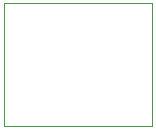
<source format=gbr>
%TF.GenerationSoftware,Altium Limited,Altium Designer,22.1.2 (22)*%
G04 Layer_Color=0*
%FSLAX26Y26*%
%MOIN*%
%TF.SameCoordinates,5B9E2C2C-6987-46B3-98D1-A965B82E178F*%
%TF.FilePolarity,Positive*%
%TF.FileFunction,Profile,NP*%
%TF.Part,Single*%
G01*
G75*
%TA.AperFunction,Profile*%
%ADD34C,0.001000*%
D34*
X3930000Y2965000D02*
Y3375000D01*
X4425000D01*
Y2965000D01*
X3930000D01*
%TF.MD5,856772f3af8f3b03ac5cf3d0a435ba80*%
M02*

</source>
